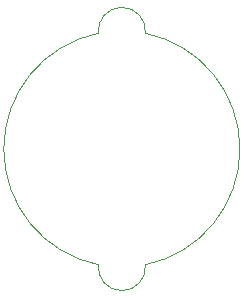
<source format=gm1>
G04 #@! TF.GenerationSoftware,KiCad,Pcbnew,(5.1.4)-1*
G04 #@! TF.CreationDate,2021-09-26T09:54:27+02:00*
G04 #@! TF.ProjectId,Linterna_MT340L,4c696e74-6572-46e6-915f-4d543334304c,rev?*
G04 #@! TF.SameCoordinates,Original*
G04 #@! TF.FileFunction,Profile,NP*
%FSLAX46Y46*%
G04 Gerber Fmt 4.6, Leading zero omitted, Abs format (unit mm)*
G04 Created by KiCad (PCBNEW (5.1.4)-1) date 2021-09-26 09:54:27*
%MOMM*%
%LPD*%
G04 APERTURE LIST*
%ADD10C,0.050000*%
G04 APERTURE END LIST*
D10*
X141989975Y-90200001D02*
G75*
G02X141989974Y-109799999I-1989975J-9799999D01*
G01*
X141989974Y-109800001D02*
G75*
G02X138010026Y-109799999I-1989974J-199999D01*
G01*
X138010026Y-90200000D02*
G75*
G02X141989974Y-90200000I1989974J200000D01*
G01*
X138010025Y-109799999D02*
G75*
G02X138010026Y-90200001I1989975J9799999D01*
G01*
M02*

</source>
